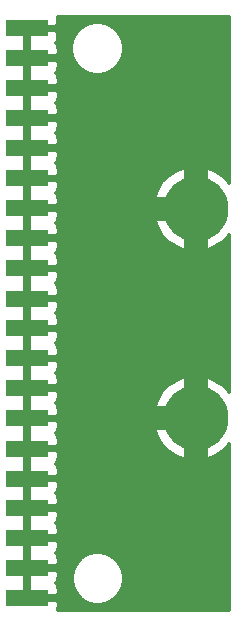
<source format=gbr>
G04 #@! TF.GenerationSoftware,KiCad,Pcbnew,(5.1.5)-3*
G04 #@! TF.CreationDate,2020-04-21T01:16:50+02:00*
G04 #@! TF.ProjectId,GND_PCB,474e445f-5043-4422-9e6b-696361645f70,rev?*
G04 #@! TF.SameCoordinates,Original*
G04 #@! TF.FileFunction,Copper,L1,Top*
G04 #@! TF.FilePolarity,Positive*
%FSLAX46Y46*%
G04 Gerber Fmt 4.6, Leading zero omitted, Abs format (unit mm)*
G04 Created by KiCad (PCBNEW (5.1.5)-3) date 2020-04-21 01:16:50*
%MOMM*%
%LPD*%
G04 APERTURE LIST*
%ADD10R,3.600000X1.400000*%
%ADD11C,0.800000*%
%ADD12C,5.500000*%
%ADD13C,2.000000*%
%ADD14C,0.150000*%
%ADD15C,0.300000*%
G04 APERTURE END LIST*
D10*
X103300160Y-70571200D03*
X103325160Y-73101200D03*
X103325160Y-75646200D03*
X103325160Y-78181200D03*
X103325160Y-80721200D03*
X103325160Y-83271200D03*
X103325160Y-85801200D03*
X103325160Y-88346200D03*
X103325160Y-90896200D03*
X103325160Y-93446200D03*
X103325160Y-95971200D03*
X103325160Y-98521200D03*
X103325160Y-101046200D03*
X103325160Y-103596200D03*
X103325160Y-106146200D03*
X103325160Y-108696200D03*
X103325160Y-111201200D03*
X103325160Y-113746200D03*
X103325160Y-116281200D03*
X103325160Y-118821200D03*
D11*
X117533420Y-103588460D03*
D12*
X117577780Y-103588460D03*
D11*
X117577780Y-85837120D03*
D12*
X117577780Y-85837120D03*
D13*
X117577780Y-103588460D02*
X117577780Y-109594740D01*
X117577780Y-103588460D02*
X111348880Y-103588460D01*
D14*
X103312460Y-101043660D02*
X104444880Y-101043660D01*
X103312460Y-108693660D02*
X104463140Y-108693660D01*
X103312460Y-106143660D02*
X104347880Y-106143660D01*
X103312460Y-98518660D02*
X104408920Y-98518660D01*
X103312460Y-95968660D02*
X104452580Y-95968660D01*
X103312460Y-93443660D02*
X104406300Y-93443660D01*
X103312460Y-90893660D02*
X104447580Y-90893660D01*
D13*
X117577780Y-103544100D02*
X117533420Y-103588460D01*
X117577780Y-85837120D02*
X117577780Y-103544100D01*
X117577780Y-85837120D02*
X117577780Y-78545780D01*
X117577780Y-85837120D02*
X110957720Y-85837120D01*
D15*
G36*
X120440316Y-69615013D02*
G01*
X120443740Y-83632103D01*
X120380297Y-83537154D01*
X119877746Y-83034603D01*
X119286809Y-82639751D01*
X118630195Y-82367773D01*
X117933137Y-82229120D01*
X117222423Y-82229120D01*
X116525365Y-82367773D01*
X115868751Y-82639751D01*
X115277814Y-83034603D01*
X114775263Y-83537154D01*
X114380411Y-84128091D01*
X114108433Y-84784705D01*
X113969780Y-85481763D01*
X113969780Y-86192477D01*
X114108433Y-86889535D01*
X114380411Y-87546149D01*
X114775263Y-88137086D01*
X115277814Y-88639637D01*
X115868751Y-89034489D01*
X116525365Y-89306467D01*
X117222423Y-89445120D01*
X117933137Y-89445120D01*
X118630195Y-89306467D01*
X119286809Y-89034489D01*
X119877746Y-88639637D01*
X120380297Y-88137086D01*
X120444817Y-88040526D01*
X120448077Y-101389934D01*
X120380297Y-101288494D01*
X119877746Y-100785943D01*
X119286809Y-100391091D01*
X118630195Y-100119113D01*
X117933137Y-99980460D01*
X117222423Y-99980460D01*
X116525365Y-100119113D01*
X115868751Y-100391091D01*
X115277814Y-100785943D01*
X114775263Y-101288494D01*
X114380411Y-101879431D01*
X114108433Y-102536045D01*
X113969780Y-103233103D01*
X113969780Y-103943817D01*
X114108433Y-104640875D01*
X114380411Y-105297489D01*
X114775263Y-105888426D01*
X115277814Y-106390977D01*
X115868751Y-106785829D01*
X116525365Y-107057807D01*
X117222423Y-107196460D01*
X117933137Y-107196460D01*
X118630195Y-107057807D01*
X119286809Y-106785829D01*
X119877746Y-106390977D01*
X120380297Y-105888426D01*
X120449151Y-105785379D01*
X120452585Y-119842752D01*
X105926467Y-119835365D01*
X105970745Y-119689397D01*
X105987311Y-119521200D01*
X105983160Y-119189700D01*
X105768660Y-118975200D01*
X103479160Y-118975200D01*
X103479160Y-118995200D01*
X103171160Y-118995200D01*
X103171160Y-118975200D01*
X103151160Y-118975200D01*
X103151160Y-118667200D01*
X103171160Y-118667200D01*
X103171160Y-116435200D01*
X103479160Y-116435200D01*
X103479160Y-118667200D01*
X105768660Y-118667200D01*
X105983160Y-118452700D01*
X105987311Y-118121200D01*
X105970745Y-117953003D01*
X105921684Y-117791269D01*
X105842012Y-117642215D01*
X105767319Y-117551200D01*
X105842012Y-117460185D01*
X105921684Y-117311131D01*
X105970745Y-117149397D01*
X105987311Y-116981200D01*
X105986637Y-116927331D01*
X107095820Y-116927331D01*
X107095820Y-117362269D01*
X107180672Y-117788850D01*
X107347115Y-118190680D01*
X107588754Y-118552318D01*
X107896302Y-118859866D01*
X108257940Y-119101505D01*
X108659770Y-119267948D01*
X109086351Y-119352800D01*
X109521289Y-119352800D01*
X109947870Y-119267948D01*
X110349700Y-119101505D01*
X110711338Y-118859866D01*
X111018886Y-118552318D01*
X111260525Y-118190680D01*
X111426968Y-117788850D01*
X111511820Y-117362269D01*
X111511820Y-116927331D01*
X111426968Y-116500750D01*
X111260525Y-116098920D01*
X111018886Y-115737282D01*
X110711338Y-115429734D01*
X110349700Y-115188095D01*
X109947870Y-115021652D01*
X109521289Y-114936800D01*
X109086351Y-114936800D01*
X108659770Y-115021652D01*
X108257940Y-115188095D01*
X107896302Y-115429734D01*
X107588754Y-115737282D01*
X107347115Y-116098920D01*
X107180672Y-116500750D01*
X107095820Y-116927331D01*
X105986637Y-116927331D01*
X105983160Y-116649700D01*
X105768660Y-116435200D01*
X103479160Y-116435200D01*
X103171160Y-116435200D01*
X103151160Y-116435200D01*
X103151160Y-116127200D01*
X103171160Y-116127200D01*
X103171160Y-113900200D01*
X103479160Y-113900200D01*
X103479160Y-116127200D01*
X105768660Y-116127200D01*
X105983160Y-115912700D01*
X105987311Y-115581200D01*
X105970745Y-115413003D01*
X105921684Y-115251269D01*
X105842012Y-115102215D01*
X105769370Y-115013700D01*
X105842012Y-114925185D01*
X105921684Y-114776131D01*
X105970745Y-114614397D01*
X105987311Y-114446200D01*
X105983160Y-114114700D01*
X105768660Y-113900200D01*
X103479160Y-113900200D01*
X103171160Y-113900200D01*
X103151160Y-113900200D01*
X103151160Y-113592200D01*
X103171160Y-113592200D01*
X103171160Y-111355200D01*
X103479160Y-111355200D01*
X103479160Y-113592200D01*
X105768660Y-113592200D01*
X105983160Y-113377700D01*
X105987311Y-113046200D01*
X105970745Y-112878003D01*
X105921684Y-112716269D01*
X105842012Y-112567215D01*
X105765267Y-112473700D01*
X105842012Y-112380185D01*
X105921684Y-112231131D01*
X105970745Y-112069397D01*
X105987311Y-111901200D01*
X105983160Y-111569700D01*
X105768660Y-111355200D01*
X103479160Y-111355200D01*
X103171160Y-111355200D01*
X103151160Y-111355200D01*
X103151160Y-111047200D01*
X103171160Y-111047200D01*
X103171160Y-108850200D01*
X103479160Y-108850200D01*
X103479160Y-111047200D01*
X105768660Y-111047200D01*
X105983160Y-110832700D01*
X105987311Y-110501200D01*
X105970745Y-110333003D01*
X105921684Y-110171269D01*
X105842012Y-110022215D01*
X105781680Y-109948700D01*
X105842012Y-109875185D01*
X105921684Y-109726131D01*
X105970745Y-109564397D01*
X105987311Y-109396200D01*
X105983160Y-109064700D01*
X105768660Y-108850200D01*
X103479160Y-108850200D01*
X103171160Y-108850200D01*
X103151160Y-108850200D01*
X103151160Y-108542200D01*
X103171160Y-108542200D01*
X103171160Y-106300200D01*
X103479160Y-106300200D01*
X103479160Y-108542200D01*
X105768660Y-108542200D01*
X105983160Y-108327700D01*
X105987311Y-107996200D01*
X105970745Y-107828003D01*
X105921684Y-107666269D01*
X105842012Y-107517215D01*
X105763215Y-107421200D01*
X105842012Y-107325185D01*
X105921684Y-107176131D01*
X105970745Y-107014397D01*
X105987311Y-106846200D01*
X105983160Y-106514700D01*
X105768660Y-106300200D01*
X103479160Y-106300200D01*
X103171160Y-106300200D01*
X103151160Y-106300200D01*
X103151160Y-105992200D01*
X103171160Y-105992200D01*
X103171160Y-103750200D01*
X103479160Y-103750200D01*
X103479160Y-105992200D01*
X105768660Y-105992200D01*
X105983160Y-105777700D01*
X105987311Y-105446200D01*
X105970745Y-105278003D01*
X105921684Y-105116269D01*
X105842012Y-104967215D01*
X105763215Y-104871200D01*
X105842012Y-104775185D01*
X105921684Y-104626131D01*
X105970745Y-104464397D01*
X105987311Y-104296200D01*
X105983160Y-103964700D01*
X105768660Y-103750200D01*
X103479160Y-103750200D01*
X103171160Y-103750200D01*
X103151160Y-103750200D01*
X103151160Y-103442200D01*
X103171160Y-103442200D01*
X103171160Y-101200200D01*
X103479160Y-101200200D01*
X103479160Y-103442200D01*
X105768660Y-103442200D01*
X105983160Y-103227700D01*
X105987311Y-102896200D01*
X105970745Y-102728003D01*
X105921684Y-102566269D01*
X105842012Y-102417215D01*
X105763215Y-102321200D01*
X105842012Y-102225185D01*
X105921684Y-102076131D01*
X105970745Y-101914397D01*
X105987311Y-101746200D01*
X105983160Y-101414700D01*
X105768660Y-101200200D01*
X103479160Y-101200200D01*
X103171160Y-101200200D01*
X103151160Y-101200200D01*
X103151160Y-100892200D01*
X103171160Y-100892200D01*
X103171160Y-98675200D01*
X103479160Y-98675200D01*
X103479160Y-100892200D01*
X105768660Y-100892200D01*
X105983160Y-100677700D01*
X105987311Y-100346200D01*
X105970745Y-100178003D01*
X105921684Y-100016269D01*
X105842012Y-99867215D01*
X105773474Y-99783700D01*
X105842012Y-99700185D01*
X105921684Y-99551131D01*
X105970745Y-99389397D01*
X105987311Y-99221200D01*
X105983160Y-98889700D01*
X105768660Y-98675200D01*
X103479160Y-98675200D01*
X103171160Y-98675200D01*
X103151160Y-98675200D01*
X103151160Y-98367200D01*
X103171160Y-98367200D01*
X103171160Y-96125200D01*
X103479160Y-96125200D01*
X103479160Y-98367200D01*
X105768660Y-98367200D01*
X105983160Y-98152700D01*
X105987311Y-97821200D01*
X105970745Y-97653003D01*
X105921684Y-97491269D01*
X105842012Y-97342215D01*
X105763215Y-97246200D01*
X105842012Y-97150185D01*
X105921684Y-97001131D01*
X105970745Y-96839397D01*
X105987311Y-96671200D01*
X105983160Y-96339700D01*
X105768660Y-96125200D01*
X103479160Y-96125200D01*
X103171160Y-96125200D01*
X103151160Y-96125200D01*
X103151160Y-95817200D01*
X103171160Y-95817200D01*
X103171160Y-93600200D01*
X103479160Y-93600200D01*
X103479160Y-95817200D01*
X105768660Y-95817200D01*
X105983160Y-95602700D01*
X105987311Y-95271200D01*
X105970745Y-95103003D01*
X105921684Y-94941269D01*
X105842012Y-94792215D01*
X105773474Y-94708700D01*
X105842012Y-94625185D01*
X105921684Y-94476131D01*
X105970745Y-94314397D01*
X105987311Y-94146200D01*
X105983160Y-93814700D01*
X105768660Y-93600200D01*
X103479160Y-93600200D01*
X103171160Y-93600200D01*
X103151160Y-93600200D01*
X103151160Y-93292200D01*
X103171160Y-93292200D01*
X103171160Y-91050200D01*
X103479160Y-91050200D01*
X103479160Y-93292200D01*
X105768660Y-93292200D01*
X105983160Y-93077700D01*
X105987311Y-92746200D01*
X105970745Y-92578003D01*
X105921684Y-92416269D01*
X105842012Y-92267215D01*
X105763215Y-92171200D01*
X105842012Y-92075185D01*
X105921684Y-91926131D01*
X105970745Y-91764397D01*
X105987311Y-91596200D01*
X105983160Y-91264700D01*
X105768660Y-91050200D01*
X103479160Y-91050200D01*
X103171160Y-91050200D01*
X103151160Y-91050200D01*
X103151160Y-90742200D01*
X103171160Y-90742200D01*
X103171160Y-88500200D01*
X103479160Y-88500200D01*
X103479160Y-90742200D01*
X105768660Y-90742200D01*
X105983160Y-90527700D01*
X105987311Y-90196200D01*
X105970745Y-90028003D01*
X105921684Y-89866269D01*
X105842012Y-89717215D01*
X105763215Y-89621200D01*
X105842012Y-89525185D01*
X105921684Y-89376131D01*
X105970745Y-89214397D01*
X105987311Y-89046200D01*
X105983160Y-88714700D01*
X105768660Y-88500200D01*
X103479160Y-88500200D01*
X103171160Y-88500200D01*
X103151160Y-88500200D01*
X103151160Y-88192200D01*
X103171160Y-88192200D01*
X103171160Y-85955200D01*
X103479160Y-85955200D01*
X103479160Y-88192200D01*
X105768660Y-88192200D01*
X105983160Y-87977700D01*
X105987311Y-87646200D01*
X105970745Y-87478003D01*
X105921684Y-87316269D01*
X105842012Y-87167215D01*
X105765267Y-87073700D01*
X105842012Y-86980185D01*
X105921684Y-86831131D01*
X105970745Y-86669397D01*
X105987311Y-86501200D01*
X105983160Y-86169700D01*
X105768660Y-85955200D01*
X103479160Y-85955200D01*
X103171160Y-85955200D01*
X103151160Y-85955200D01*
X103151160Y-85647200D01*
X103171160Y-85647200D01*
X103171160Y-83425200D01*
X103479160Y-83425200D01*
X103479160Y-85647200D01*
X105768660Y-85647200D01*
X105983160Y-85432700D01*
X105987311Y-85101200D01*
X105970745Y-84933003D01*
X105921684Y-84771269D01*
X105842012Y-84622215D01*
X105771422Y-84536200D01*
X105842012Y-84450185D01*
X105921684Y-84301131D01*
X105970745Y-84139397D01*
X105987311Y-83971200D01*
X105983160Y-83639700D01*
X105768660Y-83425200D01*
X103479160Y-83425200D01*
X103171160Y-83425200D01*
X103151160Y-83425200D01*
X103151160Y-83117200D01*
X103171160Y-83117200D01*
X103171160Y-80875200D01*
X103479160Y-80875200D01*
X103479160Y-83117200D01*
X105768660Y-83117200D01*
X105983160Y-82902700D01*
X105987311Y-82571200D01*
X105970745Y-82403003D01*
X105921684Y-82241269D01*
X105842012Y-82092215D01*
X105763215Y-81996200D01*
X105842012Y-81900185D01*
X105921684Y-81751131D01*
X105970745Y-81589397D01*
X105987311Y-81421200D01*
X105983160Y-81089700D01*
X105768660Y-80875200D01*
X103479160Y-80875200D01*
X103171160Y-80875200D01*
X103151160Y-80875200D01*
X103151160Y-80567200D01*
X103171160Y-80567200D01*
X103171160Y-78335200D01*
X103479160Y-78335200D01*
X103479160Y-80567200D01*
X105768660Y-80567200D01*
X105983160Y-80352700D01*
X105987311Y-80021200D01*
X105970745Y-79853003D01*
X105921684Y-79691269D01*
X105842012Y-79542215D01*
X105767319Y-79451200D01*
X105842012Y-79360185D01*
X105921684Y-79211131D01*
X105970745Y-79049397D01*
X105987311Y-78881200D01*
X105983160Y-78549700D01*
X105768660Y-78335200D01*
X103479160Y-78335200D01*
X103171160Y-78335200D01*
X103151160Y-78335200D01*
X103151160Y-78027200D01*
X103171160Y-78027200D01*
X103171160Y-75800200D01*
X103479160Y-75800200D01*
X103479160Y-78027200D01*
X105768660Y-78027200D01*
X105983160Y-77812700D01*
X105987311Y-77481200D01*
X105970745Y-77313003D01*
X105921684Y-77151269D01*
X105842012Y-77002215D01*
X105769370Y-76913700D01*
X105842012Y-76825185D01*
X105921684Y-76676131D01*
X105970745Y-76514397D01*
X105987311Y-76346200D01*
X105983160Y-76014700D01*
X105768660Y-75800200D01*
X103479160Y-75800200D01*
X103171160Y-75800200D01*
X103151160Y-75800200D01*
X103151160Y-75492200D01*
X103171160Y-75492200D01*
X103171160Y-73255200D01*
X103479160Y-73255200D01*
X103479160Y-75492200D01*
X105768660Y-75492200D01*
X105983160Y-75277700D01*
X105987311Y-74946200D01*
X105970745Y-74778003D01*
X105921684Y-74616269D01*
X105842012Y-74467215D01*
X105765267Y-74373700D01*
X105842012Y-74280185D01*
X105921684Y-74131131D01*
X105970745Y-73969397D01*
X105987311Y-73801200D01*
X105983160Y-73469700D01*
X105768660Y-73255200D01*
X103479160Y-73255200D01*
X103171160Y-73255200D01*
X103151160Y-73255200D01*
X103151160Y-72947200D01*
X103171160Y-72947200D01*
X103171160Y-71757700D01*
X103146160Y-71732700D01*
X103146160Y-70725200D01*
X103454160Y-70725200D01*
X103454160Y-71914700D01*
X103479160Y-71939700D01*
X103479160Y-72947200D01*
X105768660Y-72947200D01*
X105983160Y-72732700D01*
X105987311Y-72401200D01*
X105970745Y-72233003D01*
X105921684Y-72071269D01*
X105913358Y-72055691D01*
X107067880Y-72055691D01*
X107067880Y-72490629D01*
X107152732Y-72917210D01*
X107319175Y-73319040D01*
X107560814Y-73680678D01*
X107868362Y-73988226D01*
X108230000Y-74229865D01*
X108631830Y-74396308D01*
X109058411Y-74481160D01*
X109493349Y-74481160D01*
X109919930Y-74396308D01*
X110321760Y-74229865D01*
X110683398Y-73988226D01*
X110990946Y-73680678D01*
X111232585Y-73319040D01*
X111399028Y-72917210D01*
X111483880Y-72490629D01*
X111483880Y-72055691D01*
X111399028Y-71629110D01*
X111232585Y-71227280D01*
X110990946Y-70865642D01*
X110683398Y-70558094D01*
X110321760Y-70316455D01*
X109919930Y-70150012D01*
X109493349Y-70065160D01*
X109058411Y-70065160D01*
X108631830Y-70150012D01*
X108230000Y-70316455D01*
X107868362Y-70558094D01*
X107560814Y-70865642D01*
X107319175Y-71227280D01*
X107152732Y-71629110D01*
X107067880Y-72055691D01*
X105913358Y-72055691D01*
X105842012Y-71922215D01*
X105758922Y-71820969D01*
X105817012Y-71750185D01*
X105896684Y-71601131D01*
X105945745Y-71439397D01*
X105962311Y-71271200D01*
X105958160Y-70939700D01*
X105743660Y-70725200D01*
X103454160Y-70725200D01*
X103146160Y-70725200D01*
X103126160Y-70725200D01*
X103126160Y-70417200D01*
X103146160Y-70417200D01*
X103146160Y-70397200D01*
X103454160Y-70397200D01*
X103454160Y-70417200D01*
X105743660Y-70417200D01*
X105958160Y-70202700D01*
X105962311Y-69871200D01*
X105945745Y-69703003D01*
X105917126Y-69608657D01*
X120440316Y-69615013D01*
G37*
X120440316Y-69615013D02*
X120443740Y-83632103D01*
X120380297Y-83537154D01*
X119877746Y-83034603D01*
X119286809Y-82639751D01*
X118630195Y-82367773D01*
X117933137Y-82229120D01*
X117222423Y-82229120D01*
X116525365Y-82367773D01*
X115868751Y-82639751D01*
X115277814Y-83034603D01*
X114775263Y-83537154D01*
X114380411Y-84128091D01*
X114108433Y-84784705D01*
X113969780Y-85481763D01*
X113969780Y-86192477D01*
X114108433Y-86889535D01*
X114380411Y-87546149D01*
X114775263Y-88137086D01*
X115277814Y-88639637D01*
X115868751Y-89034489D01*
X116525365Y-89306467D01*
X117222423Y-89445120D01*
X117933137Y-89445120D01*
X118630195Y-89306467D01*
X119286809Y-89034489D01*
X119877746Y-88639637D01*
X120380297Y-88137086D01*
X120444817Y-88040526D01*
X120448077Y-101389934D01*
X120380297Y-101288494D01*
X119877746Y-100785943D01*
X119286809Y-100391091D01*
X118630195Y-100119113D01*
X117933137Y-99980460D01*
X117222423Y-99980460D01*
X116525365Y-100119113D01*
X115868751Y-100391091D01*
X115277814Y-100785943D01*
X114775263Y-101288494D01*
X114380411Y-101879431D01*
X114108433Y-102536045D01*
X113969780Y-103233103D01*
X113969780Y-103943817D01*
X114108433Y-104640875D01*
X114380411Y-105297489D01*
X114775263Y-105888426D01*
X115277814Y-106390977D01*
X115868751Y-106785829D01*
X116525365Y-107057807D01*
X117222423Y-107196460D01*
X117933137Y-107196460D01*
X118630195Y-107057807D01*
X119286809Y-106785829D01*
X119877746Y-106390977D01*
X120380297Y-105888426D01*
X120449151Y-105785379D01*
X120452585Y-119842752D01*
X105926467Y-119835365D01*
X105970745Y-119689397D01*
X105987311Y-119521200D01*
X105983160Y-119189700D01*
X105768660Y-118975200D01*
X103479160Y-118975200D01*
X103479160Y-118995200D01*
X103171160Y-118995200D01*
X103171160Y-118975200D01*
X103151160Y-118975200D01*
X103151160Y-118667200D01*
X103171160Y-118667200D01*
X103171160Y-116435200D01*
X103479160Y-116435200D01*
X103479160Y-118667200D01*
X105768660Y-118667200D01*
X105983160Y-118452700D01*
X105987311Y-118121200D01*
X105970745Y-117953003D01*
X105921684Y-117791269D01*
X105842012Y-117642215D01*
X105767319Y-117551200D01*
X105842012Y-117460185D01*
X105921684Y-117311131D01*
X105970745Y-117149397D01*
X105987311Y-116981200D01*
X105986637Y-116927331D01*
X107095820Y-116927331D01*
X107095820Y-117362269D01*
X107180672Y-117788850D01*
X107347115Y-118190680D01*
X107588754Y-118552318D01*
X107896302Y-118859866D01*
X108257940Y-119101505D01*
X108659770Y-119267948D01*
X109086351Y-119352800D01*
X109521289Y-119352800D01*
X109947870Y-119267948D01*
X110349700Y-119101505D01*
X110711338Y-118859866D01*
X111018886Y-118552318D01*
X111260525Y-118190680D01*
X111426968Y-117788850D01*
X111511820Y-117362269D01*
X111511820Y-116927331D01*
X111426968Y-116500750D01*
X111260525Y-116098920D01*
X111018886Y-115737282D01*
X110711338Y-115429734D01*
X110349700Y-115188095D01*
X109947870Y-115021652D01*
X109521289Y-114936800D01*
X109086351Y-114936800D01*
X108659770Y-115021652D01*
X108257940Y-115188095D01*
X107896302Y-115429734D01*
X107588754Y-115737282D01*
X107347115Y-116098920D01*
X107180672Y-116500750D01*
X107095820Y-116927331D01*
X105986637Y-116927331D01*
X105983160Y-116649700D01*
X105768660Y-116435200D01*
X103479160Y-116435200D01*
X103171160Y-116435200D01*
X103151160Y-116435200D01*
X103151160Y-116127200D01*
X103171160Y-116127200D01*
X103171160Y-113900200D01*
X103479160Y-113900200D01*
X103479160Y-116127200D01*
X105768660Y-116127200D01*
X105983160Y-115912700D01*
X105987311Y-115581200D01*
X105970745Y-115413003D01*
X105921684Y-115251269D01*
X105842012Y-115102215D01*
X105769370Y-115013700D01*
X105842012Y-114925185D01*
X105921684Y-114776131D01*
X105970745Y-114614397D01*
X105987311Y-114446200D01*
X105983160Y-114114700D01*
X105768660Y-113900200D01*
X103479160Y-113900200D01*
X103171160Y-113900200D01*
X103151160Y-113900200D01*
X103151160Y-113592200D01*
X103171160Y-113592200D01*
X103171160Y-111355200D01*
X103479160Y-111355200D01*
X103479160Y-113592200D01*
X105768660Y-113592200D01*
X105983160Y-113377700D01*
X105987311Y-113046200D01*
X105970745Y-112878003D01*
X105921684Y-112716269D01*
X105842012Y-112567215D01*
X105765267Y-112473700D01*
X105842012Y-112380185D01*
X105921684Y-112231131D01*
X105970745Y-112069397D01*
X105987311Y-111901200D01*
X105983160Y-111569700D01*
X105768660Y-111355200D01*
X103479160Y-111355200D01*
X103171160Y-111355200D01*
X103151160Y-111355200D01*
X103151160Y-111047200D01*
X103171160Y-111047200D01*
X103171160Y-108850200D01*
X103479160Y-108850200D01*
X103479160Y-111047200D01*
X105768660Y-111047200D01*
X105983160Y-110832700D01*
X105987311Y-110501200D01*
X105970745Y-110333003D01*
X105921684Y-110171269D01*
X105842012Y-110022215D01*
X105781680Y-109948700D01*
X105842012Y-109875185D01*
X105921684Y-109726131D01*
X105970745Y-109564397D01*
X105987311Y-109396200D01*
X105983160Y-109064700D01*
X105768660Y-108850200D01*
X103479160Y-108850200D01*
X103171160Y-108850200D01*
X103151160Y-108850200D01*
X103151160Y-108542200D01*
X103171160Y-108542200D01*
X103171160Y-106300200D01*
X103479160Y-106300200D01*
X103479160Y-108542200D01*
X105768660Y-108542200D01*
X105983160Y-108327700D01*
X105987311Y-107996200D01*
X105970745Y-107828003D01*
X105921684Y-107666269D01*
X105842012Y-107517215D01*
X105763215Y-107421200D01*
X105842012Y-107325185D01*
X105921684Y-107176131D01*
X105970745Y-107014397D01*
X105987311Y-106846200D01*
X105983160Y-106514700D01*
X105768660Y-106300200D01*
X103479160Y-106300200D01*
X103171160Y-106300200D01*
X103151160Y-106300200D01*
X103151160Y-105992200D01*
X103171160Y-105992200D01*
X103171160Y-103750200D01*
X103479160Y-103750200D01*
X103479160Y-105992200D01*
X105768660Y-105992200D01*
X105983160Y-105777700D01*
X105987311Y-105446200D01*
X105970745Y-105278003D01*
X105921684Y-105116269D01*
X105842012Y-104967215D01*
X105763215Y-104871200D01*
X105842012Y-104775185D01*
X105921684Y-104626131D01*
X105970745Y-104464397D01*
X105987311Y-104296200D01*
X105983160Y-103964700D01*
X105768660Y-103750200D01*
X103479160Y-103750200D01*
X103171160Y-103750200D01*
X103151160Y-103750200D01*
X103151160Y-103442200D01*
X103171160Y-103442200D01*
X103171160Y-101200200D01*
X103479160Y-101200200D01*
X103479160Y-103442200D01*
X105768660Y-103442200D01*
X105983160Y-103227700D01*
X105987311Y-102896200D01*
X105970745Y-102728003D01*
X105921684Y-102566269D01*
X105842012Y-102417215D01*
X105763215Y-102321200D01*
X105842012Y-102225185D01*
X105921684Y-102076131D01*
X105970745Y-101914397D01*
X105987311Y-101746200D01*
X105983160Y-101414700D01*
X105768660Y-101200200D01*
X103479160Y-101200200D01*
X103171160Y-101200200D01*
X103151160Y-101200200D01*
X103151160Y-100892200D01*
X103171160Y-100892200D01*
X103171160Y-98675200D01*
X103479160Y-98675200D01*
X103479160Y-100892200D01*
X105768660Y-100892200D01*
X105983160Y-100677700D01*
X105987311Y-100346200D01*
X105970745Y-100178003D01*
X105921684Y-100016269D01*
X105842012Y-99867215D01*
X105773474Y-99783700D01*
X105842012Y-99700185D01*
X105921684Y-99551131D01*
X105970745Y-99389397D01*
X105987311Y-99221200D01*
X105983160Y-98889700D01*
X105768660Y-98675200D01*
X103479160Y-98675200D01*
X103171160Y-98675200D01*
X103151160Y-98675200D01*
X103151160Y-98367200D01*
X103171160Y-98367200D01*
X103171160Y-96125200D01*
X103479160Y-96125200D01*
X103479160Y-98367200D01*
X105768660Y-98367200D01*
X105983160Y-98152700D01*
X105987311Y-97821200D01*
X105970745Y-97653003D01*
X105921684Y-97491269D01*
X105842012Y-97342215D01*
X105763215Y-97246200D01*
X105842012Y-97150185D01*
X105921684Y-97001131D01*
X105970745Y-96839397D01*
X105987311Y-96671200D01*
X105983160Y-96339700D01*
X105768660Y-96125200D01*
X103479160Y-96125200D01*
X103171160Y-96125200D01*
X103151160Y-96125200D01*
X103151160Y-95817200D01*
X103171160Y-95817200D01*
X103171160Y-93600200D01*
X103479160Y-93600200D01*
X103479160Y-95817200D01*
X105768660Y-95817200D01*
X105983160Y-95602700D01*
X105987311Y-95271200D01*
X105970745Y-95103003D01*
X105921684Y-94941269D01*
X105842012Y-94792215D01*
X105773474Y-94708700D01*
X105842012Y-94625185D01*
X105921684Y-94476131D01*
X105970745Y-94314397D01*
X105987311Y-94146200D01*
X105983160Y-93814700D01*
X105768660Y-93600200D01*
X103479160Y-93600200D01*
X103171160Y-93600200D01*
X103151160Y-93600200D01*
X103151160Y-93292200D01*
X103171160Y-93292200D01*
X103171160Y-91050200D01*
X103479160Y-91050200D01*
X103479160Y-93292200D01*
X105768660Y-93292200D01*
X105983160Y-93077700D01*
X105987311Y-92746200D01*
X105970745Y-92578003D01*
X105921684Y-92416269D01*
X105842012Y-92267215D01*
X105763215Y-92171200D01*
X105842012Y-92075185D01*
X105921684Y-91926131D01*
X105970745Y-91764397D01*
X105987311Y-91596200D01*
X105983160Y-91264700D01*
X105768660Y-91050200D01*
X103479160Y-91050200D01*
X103171160Y-91050200D01*
X103151160Y-91050200D01*
X103151160Y-90742200D01*
X103171160Y-90742200D01*
X103171160Y-88500200D01*
X103479160Y-88500200D01*
X103479160Y-90742200D01*
X105768660Y-90742200D01*
X105983160Y-90527700D01*
X105987311Y-90196200D01*
X105970745Y-90028003D01*
X105921684Y-89866269D01*
X105842012Y-89717215D01*
X105763215Y-89621200D01*
X105842012Y-89525185D01*
X105921684Y-89376131D01*
X105970745Y-89214397D01*
X105987311Y-89046200D01*
X105983160Y-88714700D01*
X105768660Y-88500200D01*
X103479160Y-88500200D01*
X103171160Y-88500200D01*
X103151160Y-88500200D01*
X103151160Y-88192200D01*
X103171160Y-88192200D01*
X103171160Y-85955200D01*
X103479160Y-85955200D01*
X103479160Y-88192200D01*
X105768660Y-88192200D01*
X105983160Y-87977700D01*
X105987311Y-87646200D01*
X105970745Y-87478003D01*
X105921684Y-87316269D01*
X105842012Y-87167215D01*
X105765267Y-87073700D01*
X105842012Y-86980185D01*
X105921684Y-86831131D01*
X105970745Y-86669397D01*
X105987311Y-86501200D01*
X105983160Y-86169700D01*
X105768660Y-85955200D01*
X103479160Y-85955200D01*
X103171160Y-85955200D01*
X103151160Y-85955200D01*
X103151160Y-85647200D01*
X103171160Y-85647200D01*
X103171160Y-83425200D01*
X103479160Y-83425200D01*
X103479160Y-85647200D01*
X105768660Y-85647200D01*
X105983160Y-85432700D01*
X105987311Y-85101200D01*
X105970745Y-84933003D01*
X105921684Y-84771269D01*
X105842012Y-84622215D01*
X105771422Y-84536200D01*
X105842012Y-84450185D01*
X105921684Y-84301131D01*
X105970745Y-84139397D01*
X105987311Y-83971200D01*
X105983160Y-83639700D01*
X105768660Y-83425200D01*
X103479160Y-83425200D01*
X103171160Y-83425200D01*
X103151160Y-83425200D01*
X103151160Y-83117200D01*
X103171160Y-83117200D01*
X103171160Y-80875200D01*
X103479160Y-80875200D01*
X103479160Y-83117200D01*
X105768660Y-83117200D01*
X105983160Y-82902700D01*
X105987311Y-82571200D01*
X105970745Y-82403003D01*
X105921684Y-82241269D01*
X105842012Y-82092215D01*
X105763215Y-81996200D01*
X105842012Y-81900185D01*
X105921684Y-81751131D01*
X105970745Y-81589397D01*
X105987311Y-81421200D01*
X105983160Y-81089700D01*
X105768660Y-80875200D01*
X103479160Y-80875200D01*
X103171160Y-80875200D01*
X103151160Y-80875200D01*
X103151160Y-80567200D01*
X103171160Y-80567200D01*
X103171160Y-78335200D01*
X103479160Y-78335200D01*
X103479160Y-80567200D01*
X105768660Y-80567200D01*
X105983160Y-80352700D01*
X105987311Y-80021200D01*
X105970745Y-79853003D01*
X105921684Y-79691269D01*
X105842012Y-79542215D01*
X105767319Y-79451200D01*
X105842012Y-79360185D01*
X105921684Y-79211131D01*
X105970745Y-79049397D01*
X105987311Y-78881200D01*
X105983160Y-78549700D01*
X105768660Y-78335200D01*
X103479160Y-78335200D01*
X103171160Y-78335200D01*
X103151160Y-78335200D01*
X103151160Y-78027200D01*
X103171160Y-78027200D01*
X103171160Y-75800200D01*
X103479160Y-75800200D01*
X103479160Y-78027200D01*
X105768660Y-78027200D01*
X105983160Y-77812700D01*
X105987311Y-77481200D01*
X105970745Y-77313003D01*
X105921684Y-77151269D01*
X105842012Y-77002215D01*
X105769370Y-76913700D01*
X105842012Y-76825185D01*
X105921684Y-76676131D01*
X105970745Y-76514397D01*
X105987311Y-76346200D01*
X105983160Y-76014700D01*
X105768660Y-75800200D01*
X103479160Y-75800200D01*
X103171160Y-75800200D01*
X103151160Y-75800200D01*
X103151160Y-75492200D01*
X103171160Y-75492200D01*
X103171160Y-73255200D01*
X103479160Y-73255200D01*
X103479160Y-75492200D01*
X105768660Y-75492200D01*
X105983160Y-75277700D01*
X105987311Y-74946200D01*
X105970745Y-74778003D01*
X105921684Y-74616269D01*
X105842012Y-74467215D01*
X105765267Y-74373700D01*
X105842012Y-74280185D01*
X105921684Y-74131131D01*
X105970745Y-73969397D01*
X105987311Y-73801200D01*
X105983160Y-73469700D01*
X105768660Y-73255200D01*
X103479160Y-73255200D01*
X103171160Y-73255200D01*
X103151160Y-73255200D01*
X103151160Y-72947200D01*
X103171160Y-72947200D01*
X103171160Y-71757700D01*
X103146160Y-71732700D01*
X103146160Y-70725200D01*
X103454160Y-70725200D01*
X103454160Y-71914700D01*
X103479160Y-71939700D01*
X103479160Y-72947200D01*
X105768660Y-72947200D01*
X105983160Y-72732700D01*
X105987311Y-72401200D01*
X105970745Y-72233003D01*
X105921684Y-72071269D01*
X105913358Y-72055691D01*
X107067880Y-72055691D01*
X107067880Y-72490629D01*
X107152732Y-72917210D01*
X107319175Y-73319040D01*
X107560814Y-73680678D01*
X107868362Y-73988226D01*
X108230000Y-74229865D01*
X108631830Y-74396308D01*
X109058411Y-74481160D01*
X109493349Y-74481160D01*
X109919930Y-74396308D01*
X110321760Y-74229865D01*
X110683398Y-73988226D01*
X110990946Y-73680678D01*
X111232585Y-73319040D01*
X111399028Y-72917210D01*
X111483880Y-72490629D01*
X111483880Y-72055691D01*
X111399028Y-71629110D01*
X111232585Y-71227280D01*
X110990946Y-70865642D01*
X110683398Y-70558094D01*
X110321760Y-70316455D01*
X109919930Y-70150012D01*
X109493349Y-70065160D01*
X109058411Y-70065160D01*
X108631830Y-70150012D01*
X108230000Y-70316455D01*
X107868362Y-70558094D01*
X107560814Y-70865642D01*
X107319175Y-71227280D01*
X107152732Y-71629110D01*
X107067880Y-72055691D01*
X105913358Y-72055691D01*
X105842012Y-71922215D01*
X105758922Y-71820969D01*
X105817012Y-71750185D01*
X105896684Y-71601131D01*
X105945745Y-71439397D01*
X105962311Y-71271200D01*
X105958160Y-70939700D01*
X105743660Y-70725200D01*
X103454160Y-70725200D01*
X103146160Y-70725200D01*
X103126160Y-70725200D01*
X103126160Y-70417200D01*
X103146160Y-70417200D01*
X103146160Y-70397200D01*
X103454160Y-70397200D01*
X103454160Y-70417200D01*
X105743660Y-70417200D01*
X105958160Y-70202700D01*
X105962311Y-69871200D01*
X105945745Y-69703003D01*
X105917126Y-69608657D01*
X120440316Y-69615013D01*
M02*

</source>
